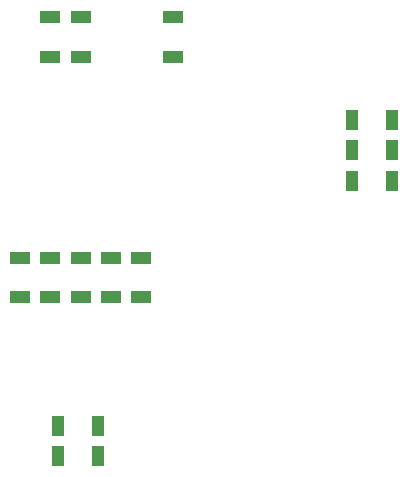
<source format=gbr>
G04*
G04 #@! TF.GenerationSoftware,Altium Limited,Altium Designer,24.2.2 (26)*
G04*
G04 Layer_Color=128*
%FSLAX44Y44*%
%MOMM*%
G71*
G04*
G04 #@! TF.SameCoordinates,8037D507-FDD7-4DB1-ABC2-1B2419E491FE*
G04*
G04*
G04 #@! TF.FilePolarity,Positive*
G04*
G01*
G75*
%ADD14R,1.7000X1.0500*%
%ADD42R,1.0500X1.7000*%
D14*
X179705Y465570D02*
D03*
Y499070D02*
D03*
X231140Y465570D02*
D03*
Y499070D02*
D03*
X180340Y702830D02*
D03*
Y669330D02*
D03*
X128270Y465570D02*
D03*
Y499070D02*
D03*
X153988Y465570D02*
D03*
Y499070D02*
D03*
X205422Y465570D02*
D03*
Y499070D02*
D03*
X257810Y702830D02*
D03*
Y669330D02*
D03*
X153670Y702830D02*
D03*
Y669330D02*
D03*
D42*
X409720Y589915D02*
D03*
X443220D02*
D03*
X409720Y615950D02*
D03*
X443220D02*
D03*
X409720Y563880D02*
D03*
X443220D02*
D03*
X160770Y331470D02*
D03*
X194270D02*
D03*
X160770Y356870D02*
D03*
X194270D02*
D03*
M02*

</source>
